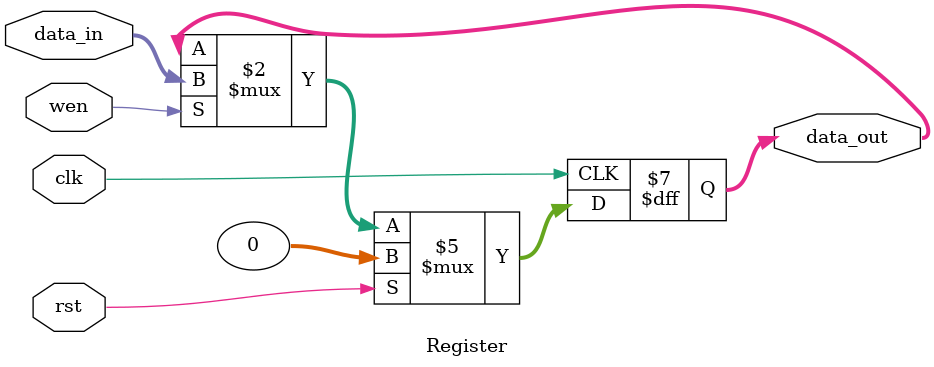
<source format=sv>
`timescale 1ns/10ps

module Register #(
    parameter DW=32
)(
    input clk,
    input rst,
    input wen,
    input [DW-1:0]data_in,
    output logic [DW-1:0]data_out
);
    always_ff @(posedge clk)begin
        if(rst)data_out<='0;
        else if(wen)data_out<=data_in;
    end
endmodule
</source>
